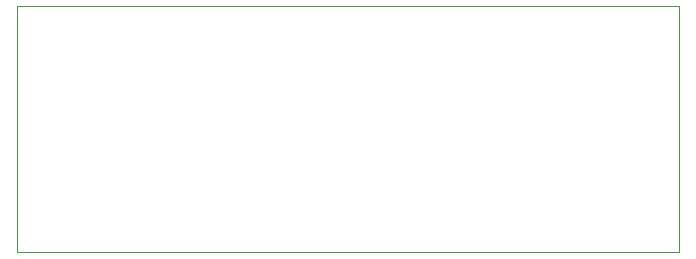
<source format=gko>
G04 Layer_Color=16711935*
%FSLAX24Y24*%
%MOIN*%
G70*
G01*
G75*
%ADD44C,0.0039*%
D44*
X0Y-4100D02*
Y4100D01*
X22070D01*
Y-4100D02*
Y4100D01*
X0Y-4100D02*
X22070D01*
M02*

</source>
